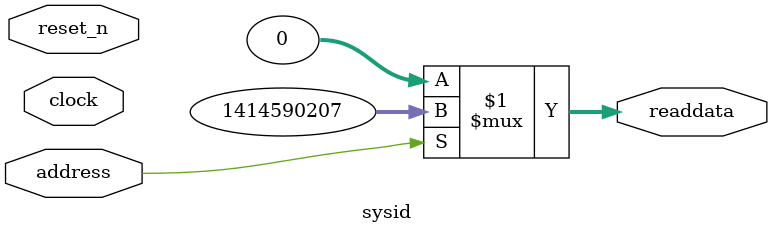
<source format=v>

`timescale 1ns / 1ps
// synthesis translate_on

// turn off superfluous verilog processor warnings 
// altera message_level Level1 
// altera message_off 10034 10035 10036 10037 10230 10240 10030 

module sysid (
               // inputs:
                address,
                clock,
                reset_n,

               // outputs:
                readdata
             )
;

  output  [ 31: 0] readdata;
  input            address;
  input            clock;
  input            reset_n;

  wire    [ 31: 0] readdata;
  //control_slave, which is an e_avalon_slave
  assign readdata = address ? 1414590207 : 0;

endmodule


</source>
